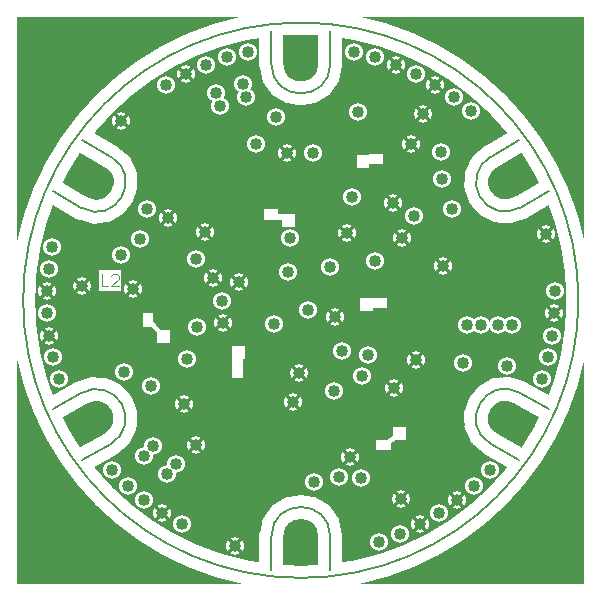
<source format=gbr>
G04 start of page 5 for group 3 idx 1
G04 Title: RADE, GND *
G04 Creator: pcb-bin 20060822 *
G04 CreationDate: Tue Dec 12 12:58:33 2006 UTC *
G04 For: stephan *
G04 Format: Gerber/RS-274X *
G04 PCB-Dimensions: 236220 236220 *
G04 PCB-Coordinate-Origin: lower left *
%MOIN*%
%FSLAX24Y24*%
%LNGROUP3*%
%ADD11C,0.0200*%
%ADD12C,0.0800*%
%ADD13C,0.0600*%
%ADD14C,0.0594*%
%ADD15C,0.0120*%
%ADD16C,0.0118*%
%ADD17C,0.0080*%
%ADD18C,0.0040*%
%ADD19C,0.0400*%
%ADD20C,0.0394*%
%ADD21C,0.0160*%
%ADD22C,0.0157*%
G54D11*G36*
X2362Y12125D02*X5826D01*
Y12834D01*
X5098D01*
Y12125D01*
X2362D01*
Y21259D01*
X21259D01*
Y16338D01*
X14566D01*
Y16692D01*
X14094D01*
Y16653D01*
X13700D01*
Y14251D01*
X11614D01*
Y14685D01*
X11063D01*
Y14842D01*
X10590D01*
Y14488D01*
X11181D01*
Y14251D01*
X13700D01*
Y16220D01*
X14094D01*
Y16338D01*
X14881D01*
Y11889D01*
X9960D01*
Y10275D01*
X9527D01*
Y10393D01*
X7440D01*
Y10826D01*
X7126D01*
X6889Y11102D01*
Y11377D01*
X6535D01*
Y10905D01*
X6850D01*
X7007Y10708D01*
Y10393D01*
X9527D01*
Y9212D01*
X9881D01*
Y9842D01*
X9960D01*
Y11889D01*
X13779D01*
Y11456D01*
X14212D01*
Y11535D01*
X14685D01*
Y11889D01*
X14881D01*
Y7283D01*
X14685Y7165D01*
X14330D01*
Y6811D01*
X14803D01*
Y7047D01*
X15000Y7165D01*
X15315D01*
Y7598D01*
X14881D01*
Y16338D01*
X21259Y16338D01*
Y2362D01*
X2362D01*
Y12125D01*
G37*
G54D12*%LNGROUP3_C1*%
%LPC*%
X20078Y8174D02*X19122Y8726D01*
X12795Y2833D02*Y3937D01*
X10826Y2833D02*Y3937D01*
X19093Y6469D02*X18138Y7021D01*
X4528Y6469D02*X5484Y7021D01*
X3543Y8174D02*X4499Y8726D01*
X20078Y15447D02*X19122Y14895D01*
X19093Y17152D02*X18138Y16600D01*
X12795Y20788D02*Y19685D01*
X10826Y20788D02*Y19685D01*
X4528Y17152D02*X5484Y16600D01*
X3543Y15447D02*X4499Y14895D01*
X19120Y8723D02*G75*G03X18139Y7024I-490J-849D01*G01*
X12792Y3937D02*G75*G03X10829Y3937I-981J0D01*G01*
Y19685D02*G75*G03X12792Y19685I981J0D01*G01*
X18139Y16597D02*G75*G03X19120Y14898I490J-849D01*G01*
X5482Y7024D02*G75*G03X4501Y8723I-490J849D01*G01*
X4501Y14898D02*G75*G03X5482Y16597I490J849D01*G01*
X2555Y11811D02*G75*G03X2555Y11811I9255J0D01*G01*
G54D13*X16555Y12952D03*
X16850Y14862D03*
X16515Y15866D03*
X16496Y16751D03*
X15177Y13897D03*
X14291Y13129D03*
X13346Y14055D03*
X13818Y5885D03*
X12913Y8779D03*
G54D14*X15157Y5196D03*
G54D13*X13464Y6574D03*
X13090Y5925D03*
X12244Y5748D03*
X17815Y10984D03*
X17362D03*
X18838D03*
X18385D03*
X18681Y9606D03*
X17204Y9724D03*
X12952Y11259D03*
X12775Y12913D03*
X12047Y11476D03*
X15649Y9822D03*
X14901Y8877D03*
X14055Y9980D03*
X13858Y9291D03*
X13188Y10118D03*
G54D14*X11752Y9389D03*
G54D13*X15590Y14625D03*
X15492Y17007D03*
X13720Y18090D03*
X14881Y15059D03*
X13523Y15255D03*
X12224Y16712D03*
X11358Y16712D03*
G54D14*X15885Y18031D03*
G54D13*X10984Y17933D03*
X10315Y17027D03*
X9881Y19015D03*
X9114Y18287D03*
X9980Y18582D03*
X8996Y18720D03*
X11437Y13878D03*
X11397Y12736D03*
X9744Y12401D03*
X9212Y11062D03*
X9173Y11771D03*
X8346Y10925D03*
X6811Y8937D03*
X8897Y12559D03*
X8621Y14074D03*
X8307Y13169D03*
X7381Y14566D03*
X6692Y14842D03*
X10925Y11023D03*
X6437Y13858D03*
X11555Y8405D03*
X8031Y9842D03*
X7933Y8346D03*
X8307Y6968D03*
X7342Y6023D03*
X6889Y6948D03*
X7657Y6358D03*
X6574Y6614D03*
X5905Y9429D03*
X6220Y12184D03*
X5826Y13326D03*
G54D14*X4507Y12283D03*
G54D13*X20058Y9906D03*
X20264Y11368D03*
X20270Y12106D03*
X20193Y10633D03*
X19861Y9195D03*
X17583Y5620D03*
X18101Y6147D03*
X17022Y5140D03*
X16421Y4712D03*
X15784Y4337D03*
X15118Y4019D03*
X14426Y3760D03*
X6599Y5140D03*
X7200Y4712D03*
X7837Y4337D03*
X6038Y5620D03*
X9620Y3634D03*
X5520Y6147D03*
X19987Y14001D03*
X17474Y18101D03*
X16905Y18571D03*
X16296Y18989D03*
X15653Y19353D03*
X14981Y19659D03*
X14285Y19905D03*
X13570Y20090D03*
X10051D03*
X9336Y19905D03*
X8640Y19659D03*
X7968Y19353D03*
X7325Y18989D03*
X5825Y17796D03*
X3531Y13570D03*
X3409Y12842D03*
X3760Y9195D03*
X3563Y9906D03*
X3428Y10633D03*
X3358Y11368D03*
X3351Y12106D03*
G54D15*%LNGROUP3_D2*%
%LPD*%
X20051Y11580D02*X20476Y11155D01*
X20051D02*X20476Y11580D01*
X16810Y5353D02*X17234Y4928D01*
X16810D02*X17234Y5353D01*
X15572Y4549D02*X15997Y4125D01*
X15572D02*X15997Y4549D01*
X6988Y4924D02*X7413Y4499D01*
X6988D02*X7413Y4924D01*
X9408Y3847D02*X9832Y3422D01*
X9408D02*X9832Y3847D01*
X19775Y14214D02*X20199Y13789D01*
X19775D02*X20199Y14214D01*
X16084Y19201D02*X16508Y18777D01*
X16084D02*X16508Y19201D01*
X14769Y19871D02*X15194Y19447D01*
X14769D02*X15194Y19871D01*
X7756Y19565D02*X8180Y19140D01*
X7756D02*X8180Y19565D01*
X5613Y18008D02*X6037Y17584D01*
X5613D02*X6037Y18008D01*
X3216Y10845D02*X3641Y10420D01*
X3216D02*X3641Y10845D01*
X3139Y12318D02*X3563Y11894D01*
X3139D02*X3563Y12318D01*
X16342Y13164D02*X16767Y12740D01*
X16342D02*X16767Y13164D01*
X14964Y14109D02*X15389Y13685D01*
X14964D02*X15389Y14109D01*
X13134Y14267D02*X13558Y13843D01*
X13134D02*X13558Y14267D01*
G54D16*X14947Y5406D02*X15367Y4986D01*
X14947D02*X15367Y5406D01*
G54D15*X13252Y6787D02*X13676Y6362D01*
X13252D02*X13676Y6787D01*
X12740Y11472D02*X13165Y11047D01*
X12740D02*X13165Y11472D01*
X15437Y10035D02*X15861Y9610D01*
X15437D02*X15861Y10035D01*
X14689Y9090D02*X15113Y8665D01*
X14689D02*X15113Y9090D01*
G54D16*X11542Y9599D02*X11961Y9179D01*
X11542D02*X11961Y9599D01*
G54D15*X15279Y17220D02*X15704Y16795D01*
X15279D02*X15704Y17220D01*
X14669Y15271D02*X15094Y14846D01*
X14669D02*X15094Y15271D01*
X11146Y16924D02*X11570Y16500D01*
X11146D02*X11570Y16924D01*
G54D16*X15675Y18241D02*X16095Y17821D01*
X15675D02*X16095Y18241D01*
G54D15*X9531Y12613D02*X9956Y12189D01*
X9531D02*X9956Y12613D01*
X9000Y11275D02*X9424Y10850D01*
X9000D02*X9424Y11275D01*
X8685Y12771D02*X9109Y12346D01*
X8685D02*X9109Y12771D01*
X8409Y14287D02*X8834Y13862D01*
X8409D02*X8834Y14287D01*
X7169Y14779D02*X7594Y14354D01*
X7169D02*X7594Y14779D01*
X11342Y8617D02*X11767Y8193D01*
X11342D02*X11767Y8617D01*
X7720Y8558D02*X8145Y8134D01*
X7720D02*X8145Y8558D01*
X8094Y7180D02*X8519Y6756D01*
X8094D02*X8519Y7180D01*
X6008Y12397D02*X6432Y11972D01*
X6008D02*X6432Y12397D01*
G54D16*X4298Y12493D02*X4717Y12073D01*
X4298D02*X4717Y12493D01*
G54D17*X20078Y8174D02*X19122Y8726D01*
X12795Y2833D02*Y3937D01*
X10826Y2833D02*Y3937D01*
X19093Y6469D02*X18138Y7021D01*
X4528Y6469D02*X5484Y7021D01*
X3543Y8174D02*X4499Y8726D01*
X20078Y15447D02*X19122Y14895D01*
X19093Y17152D02*X18138Y16600D01*
X12795Y20788D02*Y19685D01*
X10826Y20788D02*Y19685D01*
X4528Y17152D02*X5484Y16600D01*
X3543Y15447D02*X4499Y14895D01*
X19120Y8723D02*G75*G03X18139Y7024I-490J-849D01*G01*
X12792Y3937D02*G75*G03X10829Y3937I-981J0D01*G01*
Y19685D02*G75*G03X12792Y19685I981J0D01*G01*
X18139Y16597D02*G75*G03X19120Y14898I490J-849D01*G01*
X5482Y7024D02*G75*G03X4501Y8723I-490J849D01*G01*
X4501Y14898D02*G75*G03X5482Y16597I490J849D01*G01*
X2555Y11811D02*G75*G03X2555Y11811I9255J0D01*G01*
G54D18*X5177Y12675D02*Y12275D01*
X5377D01*
X5497Y12625D02*X5547Y12675D01*
X5697D01*
X5747Y12625D01*
Y12525D01*
X5497Y12275D02*X5747Y12525D01*
X5497Y12275D02*X5747D01*
G54D19*X20058Y9906D03*
X20264Y11368D03*
X20270Y12106D03*
X20193Y10633D03*
X19861Y9195D03*
X17583Y5620D03*
X18101Y6147D03*
X17022Y5140D03*
X16421Y4712D03*
X15784Y4337D03*
X15118Y4019D03*
X14426Y3760D03*
X6599Y5140D03*
X7200Y4712D03*
X7837Y4337D03*
X6038Y5620D03*
X9620Y3634D03*
X5520Y6147D03*
X19987Y14001D03*
X17474Y18101D03*
X16905Y18571D03*
X16296Y18989D03*
X15653Y19353D03*
X14981Y19659D03*
X14285Y19905D03*
X13570Y20090D03*
X10051D03*
X9336Y19905D03*
X8640Y19659D03*
X7968Y19353D03*
X7325Y18989D03*
X5825Y17796D03*
X3531Y13570D03*
X3409Y12842D03*
X3760Y9195D03*
X3563Y9906D03*
X3428Y10633D03*
X3358Y11368D03*
X3351Y12106D03*
X16555Y12952D03*
X16850Y14862D03*
X16515Y15866D03*
X16496Y16751D03*
X15177Y13897D03*
X14291Y13129D03*
X13346Y14055D03*
X13818Y5885D03*
X12913Y8779D03*
G54D20*X15157Y5196D03*
G54D19*X13464Y6574D03*
X13090Y5925D03*
X12244Y5748D03*
X17815Y10984D03*
X17362D03*
X18838D03*
X18385D03*
X18681Y9606D03*
X17204Y9724D03*
X12952Y11259D03*
X12775Y12913D03*
X12047Y11476D03*
X15649Y9822D03*
X14901Y8877D03*
X14055Y9980D03*
X13858Y9291D03*
X13188Y10118D03*
G54D20*X11752Y9389D03*
G54D19*X15590Y14625D03*
X15492Y17007D03*
X13720Y18090D03*
X14881Y15059D03*
X13523Y15255D03*
X12224Y16712D03*
X11358Y16712D03*
G54D20*X15885Y18031D03*
G54D19*X10984Y17933D03*
X10315Y17027D03*
X9881Y19015D03*
X9114Y18287D03*
X9980Y18582D03*
X8996Y18720D03*
X11437Y13878D03*
X11397Y12736D03*
X9744Y12401D03*
X9212Y11062D03*
X9173Y11771D03*
X8346Y10925D03*
X6811Y8937D03*
X8897Y12559D03*
X8621Y14074D03*
X8307Y13169D03*
X7381Y14566D03*
X6692Y14842D03*
X10925Y11023D03*
X6437Y13858D03*
X11555Y8405D03*
X8031Y9842D03*
X7933Y8346D03*
X8307Y6968D03*
X7342Y6023D03*
X6889Y6948D03*
X7657Y6358D03*
X6574Y6614D03*
X5905Y9429D03*
X6220Y12184D03*
X5826Y13326D03*
G54D20*X4507Y12283D03*
G54D21*%LNGROUP3_C3*%
%LPC*%
G54D22*G54D21*G54D22*G54D21*G54D22*G54D21*G54D22*M02*

</source>
